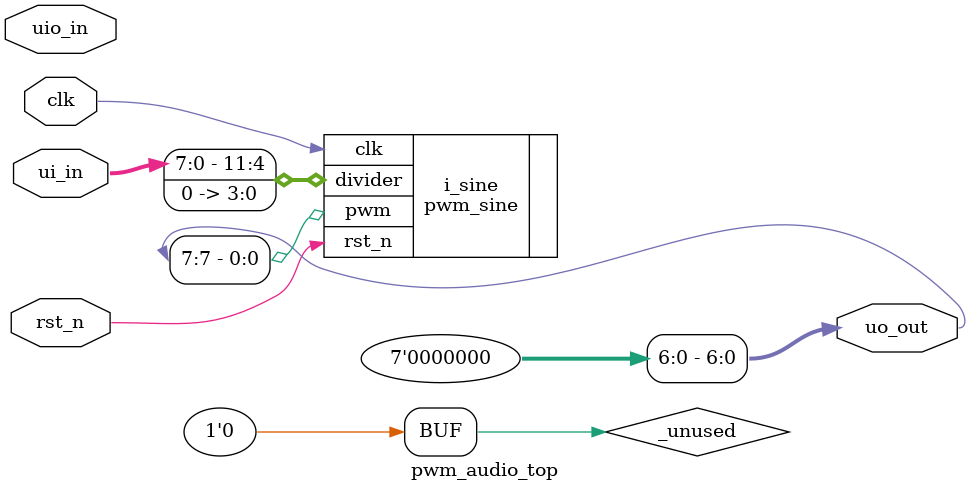
<source format=v>
/*
 * Copyright (c) 2024 Michael Bell
 * SPDX-License-Identifier: Apache-2.0
 */

`default_nettype none

module pwm_audio_top (
        input clk,
        input rst_n,

        input [7:0] ui_in,
        input [7:0] uio_in,
        output [7:0] uo_out

);
    localparam CLOCK_FREQ = 40_000_000;

  pwm_sine i_sine(
        .clk(clk),
        .rst_n(rst_n),

        //.divider({ui_in, uio_in[3:0]}),
        .divider({ui_in, 4'b0000}),

        .pwm(uo_out[7])
  );

  // All output pins must be assigned. If not used, assign to 0.
  assign uo_out[6:0] = 0;

  // List all unused inputs to prevent warnings
  wire _unused = &{uio_in, 1'b0};

endmodule

</source>
